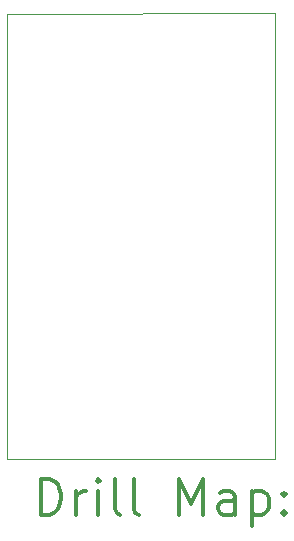
<source format=gbr>
%FSLAX45Y45*%
G04 Gerber Fmt 4.5, Leading zero omitted, Abs format (unit mm)*
G04 Created by KiCad (PCBNEW (5.1.9)-1) date 2021-12-26 22:52:55*
%MOMM*%
%LPD*%
G01*
G04 APERTURE LIST*
%TA.AperFunction,Profile*%
%ADD10C,0.050000*%
%TD*%
%ADD11C,0.200000*%
%ADD12C,0.300000*%
G04 APERTURE END LIST*
D10*
X14137640Y-7586472D02*
X14137640Y-7584440D01*
X16403320Y-7582916D02*
X14137640Y-7584440D01*
X16401796Y-11357356D02*
X16403320Y-7582916D01*
X14137132Y-11355832D02*
X14137640Y-7586472D01*
X16401796Y-11357356D02*
X14137132Y-11355832D01*
D11*
D12*
X14421060Y-11825570D02*
X14421060Y-11525570D01*
X14492489Y-11525570D01*
X14535346Y-11539856D01*
X14563918Y-11568427D01*
X14578203Y-11596999D01*
X14592489Y-11654142D01*
X14592489Y-11696999D01*
X14578203Y-11754142D01*
X14563918Y-11782713D01*
X14535346Y-11811285D01*
X14492489Y-11825570D01*
X14421060Y-11825570D01*
X14721060Y-11825570D02*
X14721060Y-11625570D01*
X14721060Y-11682713D02*
X14735346Y-11654142D01*
X14749632Y-11639856D01*
X14778203Y-11625570D01*
X14806775Y-11625570D01*
X14906775Y-11825570D02*
X14906775Y-11625570D01*
X14906775Y-11525570D02*
X14892489Y-11539856D01*
X14906775Y-11554142D01*
X14921060Y-11539856D01*
X14906775Y-11525570D01*
X14906775Y-11554142D01*
X15092489Y-11825570D02*
X15063918Y-11811285D01*
X15049632Y-11782713D01*
X15049632Y-11525570D01*
X15249632Y-11825570D02*
X15221060Y-11811285D01*
X15206775Y-11782713D01*
X15206775Y-11525570D01*
X15592489Y-11825570D02*
X15592489Y-11525570D01*
X15692489Y-11739856D01*
X15792489Y-11525570D01*
X15792489Y-11825570D01*
X16063918Y-11825570D02*
X16063918Y-11668427D01*
X16049632Y-11639856D01*
X16021060Y-11625570D01*
X15963918Y-11625570D01*
X15935346Y-11639856D01*
X16063918Y-11811285D02*
X16035346Y-11825570D01*
X15963918Y-11825570D01*
X15935346Y-11811285D01*
X15921060Y-11782713D01*
X15921060Y-11754142D01*
X15935346Y-11725570D01*
X15963918Y-11711285D01*
X16035346Y-11711285D01*
X16063918Y-11696999D01*
X16206775Y-11625570D02*
X16206775Y-11925570D01*
X16206775Y-11639856D02*
X16235346Y-11625570D01*
X16292489Y-11625570D01*
X16321060Y-11639856D01*
X16335346Y-11654142D01*
X16349632Y-11682713D01*
X16349632Y-11768427D01*
X16335346Y-11796999D01*
X16321060Y-11811285D01*
X16292489Y-11825570D01*
X16235346Y-11825570D01*
X16206775Y-11811285D01*
X16478203Y-11796999D02*
X16492489Y-11811285D01*
X16478203Y-11825570D01*
X16463918Y-11811285D01*
X16478203Y-11796999D01*
X16478203Y-11825570D01*
X16478203Y-11639856D02*
X16492489Y-11654142D01*
X16478203Y-11668427D01*
X16463918Y-11654142D01*
X16478203Y-11639856D01*
X16478203Y-11668427D01*
M02*

</source>
